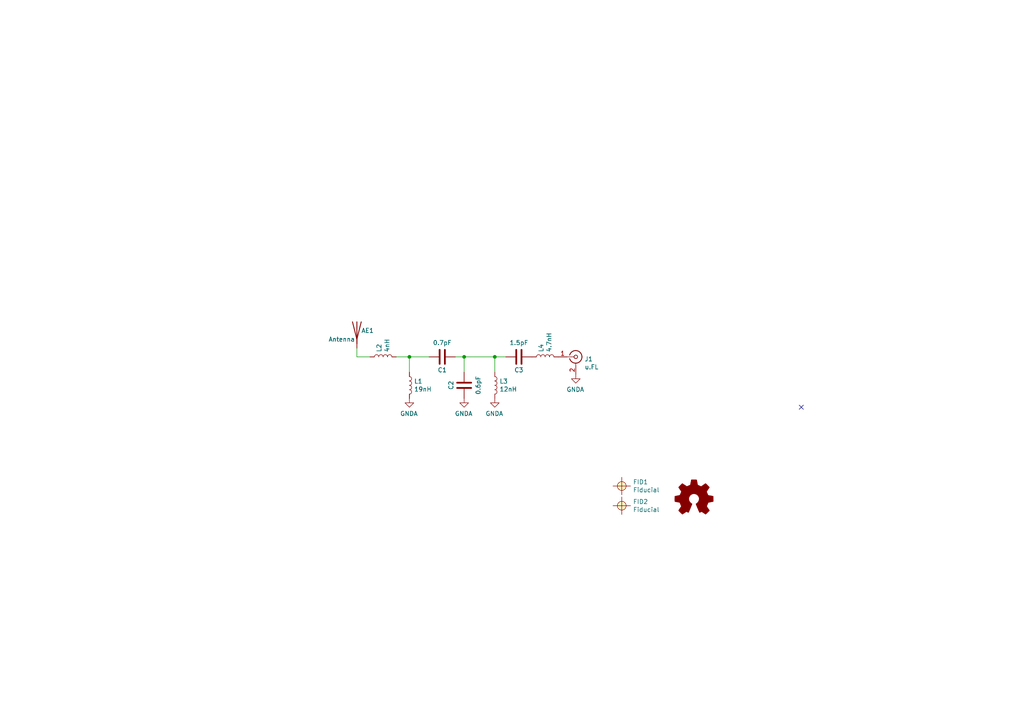
<source format=kicad_sch>
(kicad_sch (version 20211123) (generator eeschema)
  (paper "A4")
  (title_block (title "RUSP Antenna Board") (company "Sky's Edge"))
  (lib_symbols
    (symbol "Connector:Conn_Coaxial" (pin_names (offset 1.016) hide)
      (property "Reference" "J" (at 0.254 3.048 0))
      (property "Value" "Conn_Coaxial" (at 2.921 0 90))
      (symbol "Conn_Coaxial_0_1"
        (arc (start -1.778 -0.508) (mid 0.222 -1.808) (end 1.778 0) (stroke (width 0.254)))
        (polyline (pts (xy -2.54 0) (xy -0.508 0)))
        (polyline (pts (xy 0 -2.54) (xy 0 -1.778)))
        (circle (center 0 0) (radius 0.508) (stroke (width 0.2032)))
        (arc (start 1.778 0) (mid 0.222 1.8083) (end -1.778 0.508) (stroke (width 0.254)))
      )
      (symbol "Conn_Coaxial_1_1"
        (pin passive line (at -5.08 0 0) (length 2.54) (name "In") (number "1"))
        (pin passive line (at 0 -5.08 90) (length 2.54) (name "Ext") (number "2"))
      )
    )
    (symbol "Device:Antenna" (pin_numbers hide) (pin_names (offset 1.016) hide)
      (property "Reference" "AE" (at -1.905 1.905 0))
      (property "Value" "Antenna" (at -1.905 0 0))
      (symbol "Antenna_0_1"
        (polyline (pts (xy 0 2.54) (xy 0 -3.81)) (stroke (width 0.254)))
        (polyline (pts (xy 1.27 2.54) (xy 0 -2.54) (xy -1.27 2.54)) (stroke (width 0.254)))
      )
      (symbol "Antenna_1_1"
        (pin input line (at 0 -5.08 90) (length 2.54) (name "A") (number "1"))
      )
    )
    (symbol "Device:C" (pin_numbers hide) (pin_names (offset 0.254))
      (property "Reference" "C" (at 0.635 2.54 0))
      (property "Value" "C" (at 0.635 -2.54 0))
      (symbol "C_0_1"
        (polyline (pts (xy -2.032 -0.762) (xy 2.032 -0.762)) (stroke (width 0.508)))
        (polyline (pts (xy -2.032 0.762) (xy 2.032 0.762)) (stroke (width 0.508)))
      )
      (symbol "C_1_1"
        (pin passive line (at 0 3.81 270) (length 2.794) (name "~") (number "1"))
        (pin passive line (at 0 -3.81 90) (length 2.794) (name "~") (number "2"))
      )
    )
    (symbol "Device:L" (pin_numbers hide) (pin_names (offset 1.016) hide)
      (property "Reference" "L" (at -1.27 0 90))
      (property "Value" "L" (at 1.905 0 90))
      (symbol "L_0_1"
        (arc (start 0 -2.54) (mid 0.635 -1.905) (end 0 -1.27))
        (arc (start 0 -1.27) (mid 0.635 -0.635) (end 0 0))
        (arc (start 0 0) (mid 0.635 0.635) (end 0 1.27))
        (arc (start 0 1.27) (mid 0.635 1.905) (end 0 2.54))
      )
      (symbol "L_1_1"
        (pin passive line (at 0 3.81 270) (length 1.27) (name "1") (number "1"))
        (pin passive line (at 0 -3.81 90) (length 1.27) (name "2") (number "2"))
      )
    )
    (symbol "Graphic:Logo_Open_Hardware_Small" (pin_names (offset 1.016))
      (symbol "Logo_Open_Hardware_Small_0_1"
        (polyline (pts (xy 3.3528 -4.3434) (xy 3.302 -4.318) (xy 3.175 -4.2418) (xy 2.9972 -4.1148) (xy 2.7686 -3.9624) (xy 2.54 -3.81) (xy 2.3622 -3.7084) (xy 2.2352 -3.6068) (xy 2.1844 -3.5814) (xy 2.159 -3.6068) (xy 2.0574 -3.6576) (xy 1.905 -3.7338) (xy 1.8034 -3.7846) (xy 1.6764 -3.8354) (xy 1.6002 -3.8354) (xy 1.6002 -3.8354) (xy 1.5494 -3.7338) (xy 1.4732 -3.5306) (xy 1.3462 -3.302) (xy 1.2446 -3.0226) (xy 1.1176 -2.7178) (xy 0.9652 -2.413) (xy 0.8636 -2.1082) (xy 0.7366 -1.8288) (xy 0.6604 -1.6256) (xy 0.6096 -1.4732) (xy 0.5842 -1.397) (xy 0.5842 -1.397) (xy 0.6604 -1.3208) (xy 0.7874 -1.2446) (xy 1.0414 -1.016) (xy 1.2954 -0.6858) (xy 1.4478 -0.3302) (xy 1.524 0.0762) (xy 1.4732 0.4572) (xy 1.3208 0.8128) (xy 1.0668 1.143) (xy 0.762 1.3716) (xy 0.4064 1.524) (xy 0 1.5748) (xy -0.381 1.5494) (xy -0.7366 1.397) (xy -1.0668 1.143) (xy -1.2192 0.9906) (xy -1.397 0.6604) (xy -1.524 0.3048) (xy -1.524 0.2286) (xy -1.4986 -0.1778) (xy -1.397 -0.5334) (xy -1.1938 -0.8636) (xy -0.9144 -1.143) (xy -0.8636 -1.1684) (xy -0.7366 -1.27) (xy -0.635 -1.3462) (xy -0.5842 -1.397) (xy -1.0668 -2.5908) (xy -1.143 -2.794) (xy -1.2954 -3.1242) (xy -1.397 -3.4036) (xy -1.4986 -3.6322) (xy -1.5748 -3.7846) (xy -1.6002 -3.8354) (xy -1.6002 -3.8354) (xy -1.651 -3.8354) (xy -1.7272 -3.81) (xy -1.905 -3.7338) (xy -2.0066 -3.683) (xy -2.1336 -3.6068) (xy -2.2098 -3.5814) (xy -2.2606 -3.6068) (xy -2.3622 -3.683) (xy -2.54 -3.81) (xy -2.7686 -3.9624) (xy -2.9718 -4.0894) (xy -3.1496 -4.2164) (xy -3.302 -4.318) (xy -3.3528 -4.3434) (xy -3.3782 -4.3434) (xy -3.429 -4.318) (xy -3.5306 -4.2164) (xy -3.7084 -4.064) (xy -3.937 -3.8354) (xy -3.9624 -3.81) (xy -4.1656 -3.6068) (xy -4.318 -3.4544) (xy -4.4196 -3.3274) (xy -4.445 -3.2766) (xy -4.445 -3.2766) (xy -4.4196 -3.2258) (xy -4.318 -3.0734) (xy -4.2164 -2.8956) (xy -4.064 -2.667) (xy -3.6576 -2.0828) (xy -3.8862 -1.5494) (xy -3.937 -1.3716) (xy -4.0386 -1.1684) (xy -4.0894 -1.0414) (xy -4.1148 -0.9652) (xy -4.191 -0.9398) (xy -4.318 -0.9144) (xy -4.5466 -0.8636) (xy -4.8006 -0.8128) (xy -5.0546 -0.7874) (xy -5.2578 -0.7366) (xy -5.4356 -0.7112) (xy -5.5118 -0.6858) (xy -5.5118 -0.6858) (xy -5.5372 -0.635) (xy -5.5372 -0.5588) (xy -5.5372 -0.4318) (xy -5.5626 -0.2286) (xy -5.5626 0.0762) (xy -5.5626 0.127) (xy -5.5372 0.4064) (xy -5.5372 0.635) (xy -5.5372 0.762) (xy -5.5372 0.8382) (xy -5.5372 0.8382) (xy -5.461 0.8382) (xy -5.3086 0.889) (xy -5.08 0.9144) (xy -4.826 0.9652) (xy -4.8006 0.9906) (xy -4.5466 1.0414) (xy -4.318 1.0668) (xy -4.1656 1.1176) (xy -4.0894 1.143) (xy -4.0894 1.143) (xy -4.0386 1.2446) (xy -3.9624 1.4224) (xy -3.8608 1.6256) (xy -3.7846 1.8288) (xy -3.7084 2.0066) (xy -3.6576 2.159) (xy -3.6322 2.2098) (xy -3.6322 2.2098) (xy -3.683 2.286) (xy -3.7592 2.413) (xy -3.8862 2.5908) (xy -4.064 2.8194) (xy -4.064 2.8448) (xy -4.2164 3.0734) (xy -4.3434 3.2512) (xy -4.4196 3.3782) (xy -4.445 3.4544) (xy -4.445 3.4544) (xy -4.3942 3.5052) (xy -4.2926 3.6322) (xy -4.1148 3.81) (xy -3.937 4.0132) (xy -3.8608 4.064) (xy -3.6576 4.2926) (xy -3.5052 4.4196) (xy -3.4036 4.4958) (xy -3.3528 4.5212) (xy -3.3528 4.5212) (xy -3.302 4.4704) (xy -3.1496 4.3688) (xy -2.9718 4.2418) (xy -2.7432 4.0894) (xy -2.7178 4.0894) (xy -2.4892 3.937) (xy -2.3114 3.81) (xy -2.1844 3.7084) (xy -2.1336 3.683) (xy -2.1082 3.683) (xy -2.032 3.7084) (xy -1.8542 3.7592) (xy -1.6764 3.8354) (xy -1.4732 3.937) (xy -1.27 4.0132) (xy -1.143 4.064) (xy -1.0668 4.1148) (xy -1.0668 4.1148) (xy -1.0414 4.191) (xy -1.016 4.3434) (xy -0.9652 4.572) (xy -0.9144 4.8514) (xy -0.889 4.9022) (xy -0.8382 5.1562) (xy -0.8128 5.3848) (xy -0.7874 5.5372) (xy -0.762 5.588) (xy -0.7112 5.6134) (xy -0.5842 5.6134) (xy -0.4064 5.6134) (xy -0.1524 5.6134) (xy 0.0762 5.6134) (xy 0.3302 5.6134) (xy 0.5334 5.6134) (xy 0.6858 5.588) (xy 0.7366 5.588) (xy 0.7366 5.588) (xy 0.762 5.5118) (xy 0.8128 5.334) (xy 0.8382 5.1054) (xy 0.9144 4.826) (xy 0.9144 4.7752) (xy 0.9652 4.5212) (xy 1.016 4.2926) (xy 1.0414 4.1402) (xy 1.0668 4.0894) (xy 1.0668 4.0894) (xy 1.1938 4.0386) (xy 1.3716 3.9624) (xy 1.5748 3.8608) (xy 2.0828 3.6576) (xy 2.7178 4.0894) (xy 2.7686 4.1402) (xy 2.9972 4.2926) (xy 3.175 4.4196) (xy 3.302 4.4958) (xy 3.3782 4.5212) (xy 3.3782 4.5212) (xy 3.429 4.4704) (xy 3.556 4.3434) (xy 3.7338 4.191) (xy 3.9116 3.9878) (xy 4.064 3.8354) (xy 4.2418 3.6576) (xy 4.3434 3.556) (xy 4.4196 3.4798) (xy 4.4196 3.429) (xy 4.4196 3.4036) (xy 4.3942 3.3274) (xy 4.2926 3.2004) (xy 4.1656 2.9972) (xy 4.0132 2.794) (xy 3.8862 2.5908) (xy 3.7592 2.3876) (xy 3.6576 2.2352) (xy 3.6322 2.159) (xy 3.6322 2.1336) (xy 3.683 2.0066) (xy 3.7592 1.8288) (xy 3.8608 1.6002) (xy 4.064 1.1176) (xy 4.3942 1.0414) (xy 4.5974 1.016) (xy 4.8768 0.9652) (xy 5.1308 0.9144) (xy 5.5372 0.8382) (xy 5.5626 -0.6604) (xy 5.4864 -0.6858) (xy 5.4356 -0.6858) (xy 5.2832 -0.7366) (xy 5.0546 -0.762) (xy 4.8006 -0.8128) (xy 4.5974 -0.8636) (xy 4.3688 -0.9144) (xy 4.2164 -0.9398) (xy 4.1402 -0.9398) (xy 4.1148 -0.9652) (xy 4.064 -1.0668) (xy 3.9878 -1.2446) (xy 3.9116 -1.4478) (xy 3.81 -1.651) (xy 3.7338 -1.8542) (xy 3.683 -2.0066) (xy 3.6576 -2.0828) (xy 3.683 -2.1336) (xy 3.7846 -2.2606) (xy 3.8862 -2.4638) (xy 4.0386 -2.667) (xy 4.191 -2.8956) (xy 4.318 -3.0734) (xy 4.3942 -3.2004) (xy 4.445 -3.2766) (xy 4.4196 -3.3274) (xy 4.3434 -3.429) (xy 4.1656 -3.5814) (xy 3.937 -3.8354) (xy 3.8862 -3.8608) (xy 3.683 -4.064) (xy 3.5306 -4.2164) (xy 3.4036 -4.318) (xy 3.3528 -4.3434)) (fill (type outline)))
      )
    )
    (symbol "MyLibrary:Fiducial" (pin_names (offset 1.016))
      (property "Reference" "FID" (at 0 -3.81 0))
      (property "Value" "MyLibrary_Fiducial" (at 0 3.81 0))
      (symbol "Fiducial_0_1"
        (polyline (pts (xy -2.54 0) (xy 2.54 0)))
        (polyline (pts (xy 0 -2.54) (xy 0 2.54)))
        (circle (center 0 0) (radius 1.27) (fill (type background)))
      )
    )
    (symbol "power:GNDA" (power) (pin_names (offset 0))
      (property "Value" "GNDA" (at 0 -3.81 0))
      (symbol "GNDA_0_1"
        (polyline (pts (xy 0 0) (xy 0 -1.27) (xy 1.27 -1.27) (xy 0 -2.54) (xy -1.27 -1.27) (xy 0 -1.27)))
      )
      (symbol "GNDA_1_1"
        (pin power_in line (at 0 0 270) (length 0) hide (name "GNDA") (number "1"))
      )
    )
  )
  (junction (at 134.62 103.505))
  (junction (at 118.745 103.505))
  (junction (at 143.51 103.505))
  (no_connect (at 232.41 118.11))
  (wire (pts (xy 143.51 107.95) (xy 143.51 103.505)))
  (wire (pts (xy 103.505 103.505) (xy 107.315 103.505)))
  (wire (pts (xy 118.745 103.505) (xy 124.46 103.505)))
  (wire (pts (xy 143.51 103.505) (xy 146.685 103.505)))
  (wire (pts (xy 134.62 103.505) (xy 143.51 103.505)))
  (wire (pts (xy 114.935 103.505) (xy 118.745 103.505)))
  (wire (pts (xy 103.505 100.965) (xy 103.505 103.505)))
  (wire (pts (xy 132.08 103.505) (xy 134.62 103.505)))
  (wire (pts (xy 118.745 103.505) (xy 118.745 107.95)))
  (wire (pts (xy 134.62 107.95) (xy 134.62 103.505)))
  (symbol (lib_id "Connector:Conn_Coaxial") (at 167.005 103.505 0) (unit 1)
    (property "Reference" "J1" (at 169.545 104.14 0) (effects (justify left)))
    (property "Value" "u.FL" (at 169.545 106.4514 0) (effects (justify left)))
    (property "Footprint" "Connector_Coaxial:U.FL_Molex_MCRF_73412-0110_Vertical" (effects hide))
    (property "Datasheet" " ~" (effects hide))
    (property "Mfg. Name" "Molex" (effects hide))
    (property "Mfg. Part No." "0734120110" (effects hide))
  )
  (symbol (lib_id "power:GNDA") (at 167.005 108.585 0) (mirror y) (unit 1)
    (property "Reference" "#PWR0101" (effects hide))
    (property "Value" "GNDA" (at 166.878 112.9792 0))
  )
  (symbol (lib_id "MyLibrary:Fiducial") (at 180.34 140.97 0) (unit 1) (in_bom no)
    (property "Reference" "FID1" (at 183.5912 139.8016 0) (effects (justify left)))
    (property "Value" "Fiducial" (at 183.5912 142.113 0) (effects (justify left)))
    (property "Footprint" "Fiducial:Fiducial_0.75mm_Dia_1.5mm_Outer" (effects hide))
  )
  (symbol (lib_id "MyLibrary:Fiducial") (at 180.34 146.685 0) (unit 1) (in_bom no)
    (property "Reference" "FID2" (at 183.5912 145.5166 0) (effects (justify left)))
    (property "Value" "Fiducial" (at 183.5912 147.828 0) (effects (justify left)))
    (property "Footprint" "Fiducial:Fiducial_0.75mm_Dia_1.5mm_Outer" (effects hide))
  )
  (symbol (lib_id "Graphic:Logo_Open_Hardware_Small") (at 201.295 144.78 0) (unit 1) (in_bom no)
    (property "Reference" "#LOGO1" (effects hide))
    (property "Value" "Logo_Open_Hardware_Small" (effects hide))
    (property "Footprint" "MyFootprints:SkysEdge_18mm" (effects hide))
  )
  (symbol (lib_id "Device:L") (at 118.745 111.76 0) (unit 1)
    (property "Reference" "L1" (at 120.0912 110.5916 0) (effects (justify left)))
    (property "Value" "19nH" (at 120.0912 112.903 0) (effects (justify left)))
    (property "Footprint" "Inductor_SMD:L_0603_1608Metric" (effects hide))
    (property "Mfg. Name" "Murata" (effects hide))
  )
  (symbol (lib_id "power:GNDA") (at 118.745 115.57 0) (mirror y) (unit 1)
    (property "Reference" "#PWR0104" (effects hide))
    (property "Value" "GNDA" (at 118.618 119.9642 0))
  )
  (symbol (lib_id "power:GNDA") (at 143.51 115.57 0) (mirror y) (unit 1)
    (property "Reference" "#PWR0103" (effects hide))
    (property "Value" "GNDA" (at 143.383 119.9642 0))
  )
  (symbol (lib_id "Device:L") (at 158.115 103.505 90) (unit 1)
    (property "Reference" "L4" (at 156.9466 102.1588 0) (effects (justify left)))
    (property "Value" "4.7nH" (at 159.258 102.1588 0) (effects (justify left)))
    (property "Footprint" "Inductor_SMD:L_0402_1005Metric" (effects hide))
    (property "Mfg. Name" "Murata" (effects hide))
  )
  (symbol (lib_id "Device:C") (at 134.62 111.76 180) (unit 1)
    (property "Reference" "C2" (at 130.81 111.76 90))
    (property "Value" "0.6pF" (at 138.7094 111.76 90))
    (property "Footprint" "Capacitor_SMD:C_0603_1608Metric" (effects hide))
    (property "Mfg. Name" "Murata" (effects hide))
  )
  (symbol (lib_id "Device:C") (at 128.27 103.505 270) (unit 1)
    (property "Reference" "C1" (at 128.27 107.315 90))
    (property "Value" "0.7pF" (at 128.27 99.4156 90))
    (property "Footprint" "Capacitor_SMD:C_0603_1608Metric" (effects hide))
    (property "Mfg. Name" "Murata" (effects hide))
  )
  (symbol (lib_id "Device:L") (at 143.51 111.76 0) (unit 1)
    (property "Reference" "L3" (at 144.8562 110.5916 0) (effects (justify left)))
    (property "Value" "12nH" (at 144.8562 112.903 0) (effects (justify left)))
    (property "Footprint" "Inductor_SMD:L_0603_1608Metric" (effects hide))
    (property "Mfg. Name" "Murata" (effects hide))
  )
  (symbol (lib_id "power:GNDA") (at 134.62 115.57 0) (mirror y) (unit 1)
    (property "Reference" "#PWR0102" (effects hide))
    (property "Value" "GNDA" (at 134.493 119.9642 0))
  )
  (symbol (lib_id "Device:C") (at 150.495 103.505 270) (unit 1)
    (property "Reference" "C3" (at 150.495 107.315 90))
    (property "Value" "1.5pF" (at 150.495 99.4156 90))
    (property "Footprint" "Capacitor_SMD:C_0603_1608Metric" (effects hide))
    (property "Mfg. Name" "Murata" (effects hide))
  )
  (symbol (lib_id "Device:L") (at 111.125 103.505 90) (unit 1)
    (property "Reference" "L2" (at 109.9566 102.1588 0) (effects (justify left)))
    (property "Value" "4nH" (at 112.268 102.1588 0) (effects (justify left)))
    (property "Footprint" "Inductor_SMD:L_0402_1005Metric" (effects hide))
    (property "Mfg. Name" "Murata" (effects hide))
  )
  (symbol (lib_id "Device:Antenna") (at 103.505 95.885 0) (unit 1)
    (property "Reference" "AE1" (at 104.775 95.8849 0) (effects (justify left)))
    (property "Value" "Antenna" (at 95.25 98.4249 0) (effects (justify left)))
    (property "Footprint" "MyFootprints:Antenna_Ignion_RunmXtend_NN02-224" (effects hide))
    (property "Mfg. Part. No." "NN-02-224" (effects hide))
    (property "Mfg. Name" "Ignion" (effects hide))
  )
)
</source>
